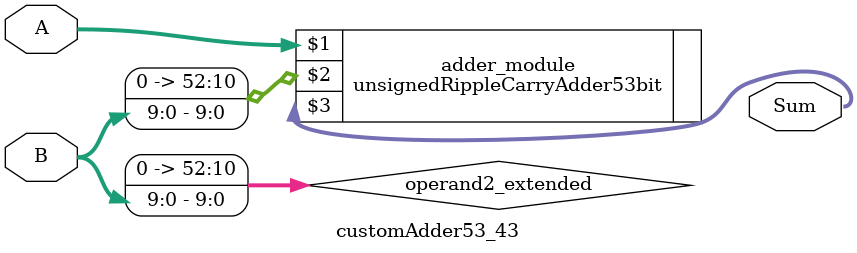
<source format=v>
module customAdder53_43(
                        input [52 : 0] A,
                        input [9 : 0] B,
                        
                        output [53 : 0] Sum
                );

        wire [52 : 0] operand2_extended;
        
        assign operand2_extended =  {43'b0, B};
        
        unsignedRippleCarryAdder53bit adder_module(
            A,
            operand2_extended,
            Sum
        );
        
        endmodule
        
</source>
